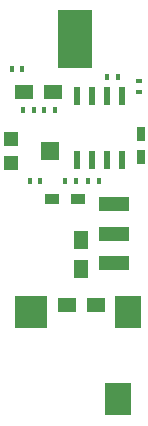
<source format=gbr>
G04 #@! TF.GenerationSoftware,KiCad,Pcbnew,(5.0-dev-4115-gdd04bcb)*
G04 #@! TF.CreationDate,2018-03-13T16:30:22-07:00*
G04 #@! TF.ProjectId,PCB-Condenser-Microphone,5043422D436F6E64656E7365722D4D69,1*
G04 #@! TF.SameCoordinates,Original*
G04 #@! TF.FileFunction,Paste,Top*
G04 #@! TF.FilePolarity,Positive*
%FSLAX46Y46*%
G04 Gerber Fmt 4.6, Leading zero omitted, Abs format (unit mm)*
G04 Created by KiCad (PCBNEW (5.0-dev-4115-gdd04bcb)) date Tuesday, March 13, 2018 at 04:30:22 PM*
%MOMM*%
%LPD*%
G01*
G04 APERTURE LIST*
%ADD10R,0.400000X0.600000*%
%ADD11R,0.750000X1.200000*%
%ADD12R,1.250000X1.500000*%
%ADD13R,1.500000X1.250000*%
%ADD14R,1.200000X0.900000*%
%ADD15R,2.200000X2.800000*%
%ADD16R,2.800000X2.800000*%
%ADD17R,0.600000X0.400000*%
%ADD18R,1.500000X1.600000*%
%ADD19R,1.200000X1.200000*%
%ADD20R,2.500000X1.250000*%
%ADD21R,0.600000X1.550000*%
%ADD22R,3.000000X5.000000*%
G04 APERTURE END LIST*
D10*
X122450000Y-58500000D03*
X121550000Y-58500000D03*
X123350000Y-58500000D03*
X124250000Y-58500000D03*
D11*
X131500000Y-62450000D03*
X131500000Y-60550000D03*
D12*
X126500000Y-69500000D03*
X126500000Y-72000000D03*
D13*
X121600000Y-57000000D03*
X124100000Y-57000000D03*
X127750000Y-75000000D03*
X125250000Y-75000000D03*
D14*
X126200000Y-66000000D03*
X124000000Y-66000000D03*
D15*
X129600000Y-83000000D03*
D16*
X122200000Y-75600000D03*
D15*
X130400000Y-75600000D03*
D10*
X123000000Y-64500000D03*
X122100000Y-64500000D03*
X128650000Y-55700000D03*
X129550000Y-55700000D03*
X121500000Y-55000000D03*
X120600000Y-55000000D03*
X127050000Y-64500000D03*
X127950000Y-64500000D03*
X126000000Y-64500000D03*
X125100000Y-64500000D03*
D17*
X131400000Y-56950000D03*
X131400000Y-56050000D03*
D18*
X123800000Y-62000000D03*
D19*
X120500000Y-63000000D03*
X120500000Y-61000000D03*
D20*
X129250000Y-71500000D03*
X129250000Y-69000000D03*
X129250000Y-66500000D03*
D21*
X129905000Y-62700000D03*
X128635000Y-62700000D03*
X127365000Y-62700000D03*
X126095000Y-62700000D03*
X126095000Y-57300000D03*
X127365000Y-57300000D03*
X128635000Y-57300000D03*
X129905000Y-57300000D03*
D22*
X125922463Y-52507055D03*
M02*

</source>
